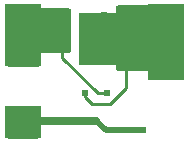
<source format=gbl>
G04 Layer: BottomLayer*
G04 EasyEDA Pro v2.2.45.4, 2025-12-23 10:37:26*
G04 Gerber Generator version 0.3*
G04 Scale: 100 percent, Rotated: No, Reflected: No*
G04 Dimensions in millimeters*
G04 Leading zeros omitted, absolute positions, 4 integers and 5 decimals*
G04 Generated by one-click*
%FSLAX45Y45*%
%MOMM*%
%ADD10C,0.61*%
%ADD11C,0.254*%
%ADD12C,0.508*%
%ADD13C,0.635*%
%ADD14C,0.0521*%
G75*


G04 Rect Start*
G36*
G01X1245220Y-685800D02*
G01X1245220Y-88900D01*
G02X1270620Y-63500I25400J0D01*
G01X1524620Y-63500D01*
G02X1550020Y-88900I0J-25400D01*
G01X1550020Y-685800D01*
G02X1524620Y-711200I-25400J0D01*
G01X1270620Y-711200D01*
G02X1245220Y-685800I0J25400D01*
G37*
G36*
G01X38100Y-571500D02*
G01X38100Y-88900D01*
G02X63500Y-63500I25400J0D01*
G01X317500Y-63500D01*
G02X342900Y-88900I0J-25400D01*
G01X342900Y-571500D01*
G02X317500Y-596900I-25400J0D01*
G01X63500Y-596900D01*
G02X38100Y-571500I0J25400D01*
G37*
G36*
G01X292100Y-457200D02*
G01X292100Y-127000D01*
G02X317500Y-101600I25400J0D01*
G01X571500Y-101600D01*
G02X596900Y-127000I0J-25400D01*
G01X596900Y-457200D01*
G02X571500Y-482600I-25400J0D01*
G01X317500Y-482600D01*
G02X292100Y-457200I0J25400D01*
G37*
G36*
G01X971550Y-609600D02*
G01X971550Y-101600D01*
G02X996950Y-76200I25400J0D01*
G01X1314450Y-76200D01*
G02X1339850Y-101600I0J-25400D01*
G01X1339850Y-609600D01*
G02X1314450Y-635000I-25400J0D01*
G01X996950Y-635000D01*
G02X971550Y-609600I0J25400D01*
G37*
G36*
G01X33777Y-1180452D02*
G01X33777Y-951852D01*
G02X59177Y-926452I25400J0D01*
G01X313177Y-926452D01*
G02X338577Y-951852I0J-25400D01*
G01X338577Y-1180452D01*
G02X313177Y-1205852I-25400J0D01*
G01X59177Y-1205852D01*
G02X33777Y-1180452I0J25400D01*
G37*
G36*
G01X661416Y-579628D02*
G01X661416Y-139700D01*
G01X1041400Y-139700D01*
G01X1041400Y-579628D01*
G01X661416Y-579628D01*
G37*
G04 Rect End*

G04 Via Start*
G54D10*
G01X901823Y-823633D03*
G01X711831Y-823633D03*
G01X1060450Y-552450D03*
G01X520483Y-415059D03*
G01X806827Y-1053452D03*
G01X1206500Y-1134008D03*
G01X552134Y-228357D03*
G01X552134Y-352912D03*
G01X515277Y-164859D03*
G01X512407Y-291859D03*
G01X1524620Y-88900D03*
G01X1270620Y-88900D03*
G01X1460500Y-88900D03*
G01X1397620Y-88900D03*
G01X1332411Y-88900D03*
G01X1524620Y-685026D03*
G01X1270620Y-685026D03*
G01X1460500Y-685026D03*
G01X1397620Y-685026D03*
G01X1332411Y-685026D03*
G01X317500Y-93172D03*
G01X63500Y-93172D03*
G01X253380Y-93172D03*
G01X190500Y-93172D03*
G01X125291Y-93172D03*
G01X317500Y-566407D03*
G01X63500Y-566407D03*
G01X253380Y-566407D03*
G01X190500Y-566407D03*
G01X125291Y-566407D03*
G01X67027Y-203200D03*
G01X67027Y-457200D03*
G01X67027Y-267320D03*
G01X67027Y-330200D03*
G01X67027Y-395409D03*
G01X1524000Y-165100D03*
G01X1524000Y-292100D03*
G01X1524000Y-419100D03*
G01X1524000Y-546100D03*
G01X1003300Y-228600D03*
G01X1066800Y-165100D03*
G01X1066800Y-419100D03*
G01X1065091Y-292100D03*
G01X1002680Y-482166D03*
G01X313177Y-951852D03*
G01X186177Y-1066152D03*
G01X685800Y-165100D03*
G01X685800Y-553470D03*
G01X873779Y-553470D03*
G01X873779Y-162533D03*
G01X688767Y-359664D03*
G01X787400Y-279400D03*
G01X787400Y-439246D03*
G01X901700Y-279400D03*
G01X1002680Y-355600D03*
G01X60500Y-1175309D03*
G01X313177Y-1175309D03*
G01X60500Y-951852D03*
G01X901700Y-439246D03*
G01X135230Y-203200D03*
G01X135230Y-330200D03*
G01X135230Y-457200D03*
G04 Via End*

G04 Track Start*
G54D11*
G01X711831Y-823633D02*
G01X711831Y-851531D01*
G01X774700Y-914400D01*
G01X927100Y-914400D01*
G01X1060450Y-781050D01*
G01X1060450Y-552450D01*
G54D12*
G01X806827Y-1053452D02*
G01X887383Y-1134008D01*
G01X1206500Y-1134008D01*
G54D13*
G01X300477Y-1053452D02*
G01X806826Y-1053452D01*
G54D11*
G01X901822Y-823633D02*
G01X823633Y-823633D01*
G01X520483Y-520483D01*
G01X520483Y-415059D01*
G04 Track End*

M02*


</source>
